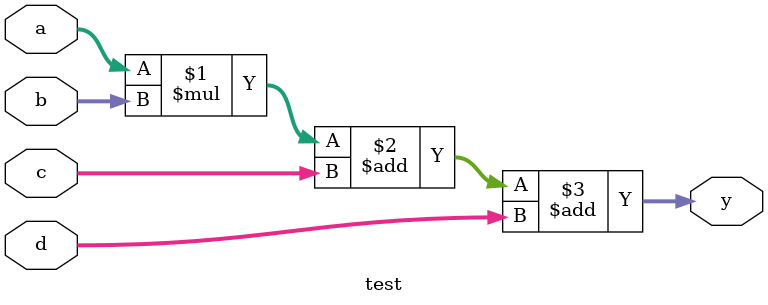
<source format=v>
module test(a, b, c, d, y);
input [15:0] a, b;
input [31:0] c, d;
output [31:0] y;
assign y = a * b + c + d;
endmodule

</source>
